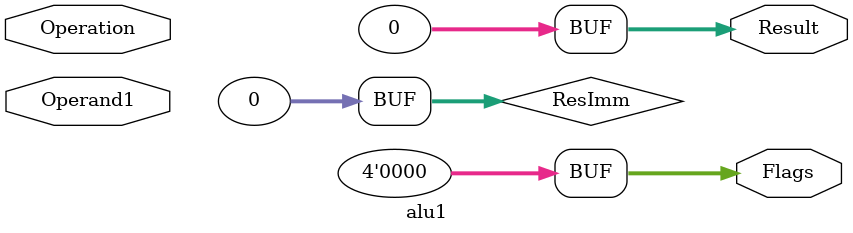
<source format=sv>
`default_nettype none

module alu1(
  input[3:0] Operation,

  input[31:0] Operand1,

  output[3:0]  Flags,
  output[31:0] Result
);
  logic[31:0] ResImm;
  always_comb begin
    case(Operation)
      default: ResImm = 0;
    endcase
  end

  assign Flags  = 0;
  assign Result = ResImm;
endmodule

</source>
